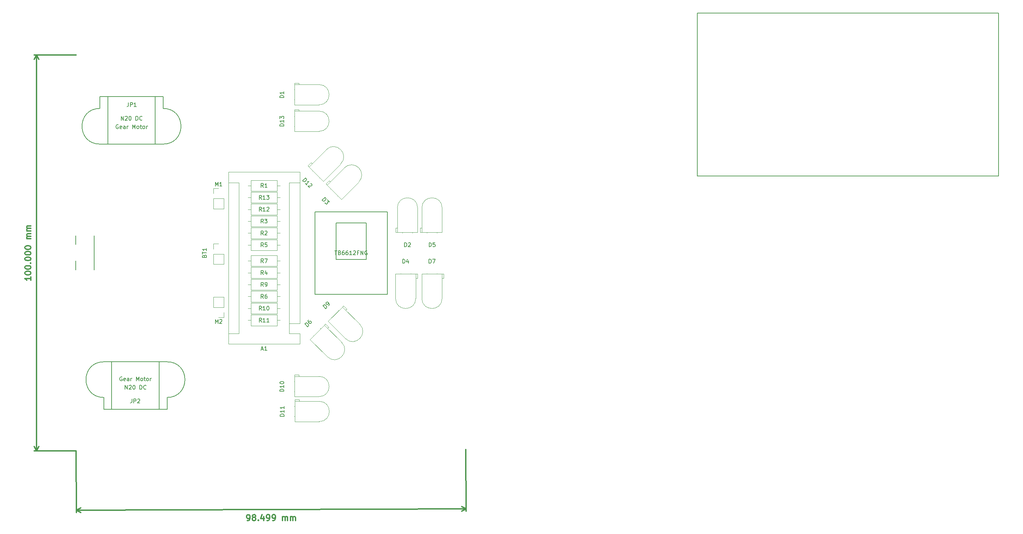
<source format=gbr>
G04 #@! TF.GenerationSoftware,KiCad,Pcbnew,(5.0.1)-3*
G04 #@! TF.CreationDate,2018-12-17T15:05:50+08:00*
G04 #@! TF.ProjectId,Micromouse_V01,4D6963726F6D6F7573655F5630312E6B,rev?*
G04 #@! TF.SameCoordinates,Original*
G04 #@! TF.FileFunction,Legend,Top*
G04 #@! TF.FilePolarity,Positive*
%FSLAX46Y46*%
G04 Gerber Fmt 4.6, Leading zero omitted, Abs format (unit mm)*
G04 Created by KiCad (PCBNEW (5.0.1)-3) date 12/17/2018 3:05:50 PM*
%MOMM*%
%LPD*%
G01*
G04 APERTURE LIST*
%ADD10C,0.300000*%
%ADD11C,0.120000*%
%ADD12C,0.150000*%
G04 APERTURE END LIST*
D10*
X18578571Y-96071428D02*
X18578571Y-96928571D01*
X18578571Y-96500000D02*
X17078571Y-96500000D01*
X17292857Y-96642857D01*
X17435714Y-96785714D01*
X17507142Y-96928571D01*
X17078571Y-95142857D02*
X17078571Y-95000000D01*
X17150000Y-94857142D01*
X17221428Y-94785714D01*
X17364285Y-94714285D01*
X17650000Y-94642857D01*
X18007142Y-94642857D01*
X18292857Y-94714285D01*
X18435714Y-94785714D01*
X18507142Y-94857142D01*
X18578571Y-95000000D01*
X18578571Y-95142857D01*
X18507142Y-95285714D01*
X18435714Y-95357142D01*
X18292857Y-95428571D01*
X18007142Y-95500000D01*
X17650000Y-95500000D01*
X17364285Y-95428571D01*
X17221428Y-95357142D01*
X17150000Y-95285714D01*
X17078571Y-95142857D01*
X17078571Y-93714285D02*
X17078571Y-93571428D01*
X17150000Y-93428571D01*
X17221428Y-93357142D01*
X17364285Y-93285714D01*
X17650000Y-93214285D01*
X18007142Y-93214285D01*
X18292857Y-93285714D01*
X18435714Y-93357142D01*
X18507142Y-93428571D01*
X18578571Y-93571428D01*
X18578571Y-93714285D01*
X18507142Y-93857142D01*
X18435714Y-93928571D01*
X18292857Y-94000000D01*
X18007142Y-94071428D01*
X17650000Y-94071428D01*
X17364285Y-94000000D01*
X17221428Y-93928571D01*
X17150000Y-93857142D01*
X17078571Y-93714285D01*
X18435714Y-92571428D02*
X18507142Y-92500000D01*
X18578571Y-92571428D01*
X18507142Y-92642857D01*
X18435714Y-92571428D01*
X18578571Y-92571428D01*
X17078571Y-91571428D02*
X17078571Y-91428571D01*
X17150000Y-91285714D01*
X17221428Y-91214285D01*
X17364285Y-91142857D01*
X17650000Y-91071428D01*
X18007142Y-91071428D01*
X18292857Y-91142857D01*
X18435714Y-91214285D01*
X18507142Y-91285714D01*
X18578571Y-91428571D01*
X18578571Y-91571428D01*
X18507142Y-91714285D01*
X18435714Y-91785714D01*
X18292857Y-91857142D01*
X18007142Y-91928571D01*
X17650000Y-91928571D01*
X17364285Y-91857142D01*
X17221428Y-91785714D01*
X17150000Y-91714285D01*
X17078571Y-91571428D01*
X17078571Y-90142857D02*
X17078571Y-90000000D01*
X17150000Y-89857142D01*
X17221428Y-89785714D01*
X17364285Y-89714285D01*
X17650000Y-89642857D01*
X18007142Y-89642857D01*
X18292857Y-89714285D01*
X18435714Y-89785714D01*
X18507142Y-89857142D01*
X18578571Y-90000000D01*
X18578571Y-90142857D01*
X18507142Y-90285714D01*
X18435714Y-90357142D01*
X18292857Y-90428571D01*
X18007142Y-90500000D01*
X17650000Y-90500000D01*
X17364285Y-90428571D01*
X17221428Y-90357142D01*
X17150000Y-90285714D01*
X17078571Y-90142857D01*
X17078571Y-88714285D02*
X17078571Y-88571428D01*
X17150000Y-88428571D01*
X17221428Y-88357142D01*
X17364285Y-88285714D01*
X17650000Y-88214285D01*
X18007142Y-88214285D01*
X18292857Y-88285714D01*
X18435714Y-88357142D01*
X18507142Y-88428571D01*
X18578571Y-88571428D01*
X18578571Y-88714285D01*
X18507142Y-88857142D01*
X18435714Y-88928571D01*
X18292857Y-89000000D01*
X18007142Y-89071428D01*
X17650000Y-89071428D01*
X17364285Y-89000000D01*
X17221428Y-88928571D01*
X17150000Y-88857142D01*
X17078571Y-88714285D01*
X18578571Y-86428571D02*
X17578571Y-86428571D01*
X17721428Y-86428571D02*
X17650000Y-86357142D01*
X17578571Y-86214285D01*
X17578571Y-86000000D01*
X17650000Y-85857142D01*
X17792857Y-85785714D01*
X18578571Y-85785714D01*
X17792857Y-85785714D02*
X17650000Y-85714285D01*
X17578571Y-85571428D01*
X17578571Y-85357142D01*
X17650000Y-85214285D01*
X17792857Y-85142857D01*
X18578571Y-85142857D01*
X18578571Y-84428571D02*
X17578571Y-84428571D01*
X17721428Y-84428571D02*
X17650000Y-84357142D01*
X17578571Y-84214285D01*
X17578571Y-84000000D01*
X17650000Y-83857142D01*
X17792857Y-83785714D01*
X18578571Y-83785714D01*
X17792857Y-83785714D02*
X17650000Y-83714285D01*
X17578571Y-83571428D01*
X17578571Y-83357142D01*
X17650000Y-83214285D01*
X17792857Y-83142857D01*
X18578571Y-83142857D01*
X20000000Y-140000000D02*
X20000000Y-40000000D01*
X30000000Y-140000000D02*
X19413579Y-140000000D01*
X30000000Y-40000000D02*
X19413579Y-40000000D01*
X20000000Y-40000000D02*
X20586421Y-41126504D01*
X20000000Y-40000000D02*
X19413579Y-41126504D01*
X20000000Y-140000000D02*
X20586421Y-138873496D01*
X20000000Y-140000000D02*
X19413579Y-138873496D01*
X73239974Y-157627012D02*
X73525687Y-157626010D01*
X73668293Y-157554080D01*
X73739470Y-157482402D01*
X73881575Y-157267616D01*
X73952001Y-156981653D01*
X73949997Y-156410228D01*
X73878067Y-156267622D01*
X73806389Y-156196445D01*
X73663282Y-156125518D01*
X73377569Y-156126520D01*
X73234964Y-156198449D01*
X73163786Y-156270128D01*
X73092859Y-156413235D01*
X73094112Y-156770375D01*
X73166041Y-156912981D01*
X73237720Y-156984159D01*
X73380826Y-157055086D01*
X73666539Y-157054083D01*
X73809145Y-156982154D01*
X73880322Y-156910476D01*
X73951249Y-156767369D01*
X74808387Y-156764362D02*
X74665280Y-156693435D01*
X74593601Y-156622258D01*
X74521672Y-156479652D01*
X74521422Y-156408224D01*
X74592349Y-156265117D01*
X74663526Y-156193438D01*
X74806132Y-156121509D01*
X75091844Y-156120507D01*
X75234951Y-156191434D01*
X75306630Y-156262612D01*
X75378559Y-156405217D01*
X75378810Y-156476645D01*
X75307883Y-156619752D01*
X75236705Y-156691431D01*
X75094099Y-156763360D01*
X74808387Y-156764362D01*
X74665781Y-156836291D01*
X74594604Y-156907970D01*
X74523676Y-157051077D01*
X74524679Y-157336789D01*
X74596608Y-157479395D01*
X74668287Y-157550573D01*
X74811393Y-157621500D01*
X75097106Y-157620498D01*
X75239712Y-157548568D01*
X75310889Y-157476890D01*
X75381816Y-157333783D01*
X75380814Y-157048070D01*
X75308885Y-156905465D01*
X75237206Y-156834287D01*
X75094099Y-156763360D01*
X76025170Y-157474384D02*
X76096849Y-157545562D01*
X76025672Y-157617241D01*
X75953993Y-157546063D01*
X76025170Y-157474384D01*
X76025672Y-157617241D01*
X77379299Y-156612487D02*
X77382806Y-157612480D01*
X77020154Y-156042314D02*
X76666771Y-157114989D01*
X77595337Y-157111732D01*
X78239944Y-157609474D02*
X78525656Y-157608472D01*
X78668262Y-157536542D01*
X78739440Y-157464864D01*
X78881544Y-157250078D01*
X78951970Y-156964115D01*
X78949966Y-156392690D01*
X78878037Y-156250084D01*
X78806358Y-156178907D01*
X78663251Y-156107980D01*
X78377539Y-156108982D01*
X78234933Y-156180911D01*
X78163755Y-156252590D01*
X78092828Y-156395697D01*
X78094081Y-156752837D01*
X78166010Y-156895443D01*
X78237689Y-156966621D01*
X78380796Y-157037548D01*
X78666508Y-157036546D01*
X78809114Y-156964616D01*
X78880291Y-156892938D01*
X78951218Y-156749831D01*
X79668506Y-157604463D02*
X79954219Y-157603461D01*
X80096825Y-157531532D01*
X80168002Y-157459853D01*
X80310107Y-157245068D01*
X80380533Y-156959104D01*
X80378528Y-156387679D01*
X80306599Y-156245074D01*
X80234921Y-156173896D01*
X80091814Y-156102969D01*
X79806101Y-156103971D01*
X79663495Y-156175900D01*
X79592318Y-156247579D01*
X79521391Y-156390686D01*
X79522644Y-156747827D01*
X79594573Y-156890432D01*
X79666251Y-156961610D01*
X79809358Y-157032537D01*
X80095071Y-157031535D01*
X80237676Y-156959606D01*
X80308854Y-156887927D01*
X80379781Y-156744820D01*
X82168491Y-157595694D02*
X82164983Y-156595700D01*
X82165484Y-156738557D02*
X82236662Y-156666878D01*
X82379268Y-156594949D01*
X82593552Y-156594197D01*
X82736659Y-156665124D01*
X82808588Y-156807730D01*
X82811344Y-157593439D01*
X82808588Y-156807730D02*
X82879515Y-156664623D01*
X83022121Y-156592694D01*
X83236405Y-156591942D01*
X83379512Y-156662869D01*
X83451441Y-156805475D01*
X83454197Y-157591184D01*
X84168479Y-157588679D02*
X84164971Y-156588685D01*
X84165472Y-156731541D02*
X84236650Y-156659863D01*
X84379255Y-156587934D01*
X84593540Y-156587182D01*
X84736647Y-156658109D01*
X84808576Y-156800715D01*
X84811332Y-157586424D01*
X84808576Y-156800715D02*
X84879503Y-156657608D01*
X85022109Y-156585679D01*
X85236393Y-156584927D01*
X85379500Y-156655854D01*
X85451429Y-156798460D01*
X85454185Y-157584169D01*
X30052614Y-154999908D02*
X128550626Y-154654417D01*
X30000000Y-140000000D02*
X30054670Y-155586325D01*
X128498012Y-139654509D02*
X128552682Y-155240834D01*
X128550626Y-154654417D02*
X127426186Y-155244785D01*
X128550626Y-154654417D02*
X127422072Y-154071951D01*
X30052614Y-154999908D02*
X31181168Y-155582374D01*
X30052614Y-154999908D02*
X31177054Y-154409540D01*
D11*
G04 #@! TO.C,D1*
X91370000Y-47470000D02*
G75*
G02X91370000Y-52590000I0J-2560000D01*
G01*
X85080000Y-48760000D02*
X85080000Y-48760000D01*
X85210000Y-48760000D02*
X85080000Y-48760000D01*
X85210000Y-48760000D02*
X85210000Y-48760000D01*
X85080000Y-48760000D02*
X85210000Y-48760000D01*
X85080000Y-51300000D02*
X85080000Y-51300000D01*
X85210000Y-51300000D02*
X85080000Y-51300000D01*
X85210000Y-51300000D02*
X85210000Y-51300000D01*
X85080000Y-51300000D02*
X85210000Y-51300000D01*
X85210000Y-47470000D02*
X85210000Y-47070000D01*
X86330000Y-47470000D02*
X85210000Y-47470000D01*
X86330000Y-47070000D02*
X86330000Y-47470000D01*
X85210000Y-47070000D02*
X86330000Y-47070000D01*
X85210000Y-52590000D02*
X85210000Y-47470000D01*
X85210000Y-47470000D02*
X91370000Y-47470000D01*
X85210000Y-52590000D02*
X91370000Y-52590000D01*
G04 #@! TO.C,D2*
X116290000Y-84790000D02*
X116290000Y-78630000D01*
X111170000Y-84790000D02*
X111170000Y-78630000D01*
X116290000Y-84790000D02*
X111170000Y-84790000D01*
X110770000Y-84790000D02*
X110770000Y-83670000D01*
X110770000Y-83670000D02*
X111170000Y-83670000D01*
X111170000Y-83670000D02*
X111170000Y-84790000D01*
X111170000Y-84790000D02*
X110770000Y-84790000D01*
X115000000Y-84920000D02*
X115000000Y-84790000D01*
X115000000Y-84790000D02*
X115000000Y-84790000D01*
X115000000Y-84790000D02*
X115000000Y-84920000D01*
X115000000Y-84920000D02*
X115000000Y-84920000D01*
X112460000Y-84920000D02*
X112460000Y-84790000D01*
X112460000Y-84790000D02*
X112460000Y-84790000D01*
X112460000Y-84790000D02*
X112460000Y-84920000D01*
X112460000Y-84920000D02*
X112460000Y-84920000D01*
X111170000Y-78630000D02*
G75*
G02X116290000Y-78630000I2560000J0D01*
G01*
G04 #@! TO.C,D3*
X97067767Y-76456569D02*
X101423545Y-72100791D01*
X93447380Y-72836182D02*
X97803158Y-68480404D01*
X97067767Y-76456569D02*
X93447380Y-72836182D01*
X93164538Y-72553339D02*
X93956497Y-71761380D01*
X93956497Y-71761380D02*
X94239340Y-72044222D01*
X94239340Y-72044222D02*
X93447380Y-72836182D01*
X93447380Y-72836182D02*
X93164538Y-72553339D01*
X96063675Y-75636325D02*
X96155599Y-75544401D01*
X96155599Y-75544401D02*
X96155599Y-75544401D01*
X96155599Y-75544401D02*
X96063675Y-75636325D01*
X96063675Y-75636325D02*
X96063675Y-75636325D01*
X94267624Y-73840273D02*
X94359548Y-73748350D01*
X94359548Y-73748350D02*
X94359548Y-73748350D01*
X94359548Y-73748350D02*
X94267624Y-73840273D01*
X94267624Y-73840273D02*
X94267624Y-73840273D01*
X97803157Y-68480403D02*
G75*
G02X101423545Y-72100791I1810194J-1810194D01*
G01*
G04 #@! TO.C,D4*
X115830000Y-101470000D02*
G75*
G02X110710000Y-101470000I-2560000J0D01*
G01*
X114540000Y-95180000D02*
X114540000Y-95180000D01*
X114540000Y-95310000D02*
X114540000Y-95180000D01*
X114540000Y-95310000D02*
X114540000Y-95310000D01*
X114540000Y-95180000D02*
X114540000Y-95310000D01*
X112000000Y-95180000D02*
X112000000Y-95180000D01*
X112000000Y-95310000D02*
X112000000Y-95180000D01*
X112000000Y-95310000D02*
X112000000Y-95310000D01*
X112000000Y-95180000D02*
X112000000Y-95310000D01*
X115830000Y-95310000D02*
X116230000Y-95310000D01*
X115830000Y-96430000D02*
X115830000Y-95310000D01*
X116230000Y-96430000D02*
X115830000Y-96430000D01*
X116230000Y-95310000D02*
X116230000Y-96430000D01*
X110710000Y-95310000D02*
X115830000Y-95310000D01*
X115830000Y-95310000D02*
X115830000Y-101470000D01*
X110710000Y-95310000D02*
X110710000Y-101470000D01*
G04 #@! TO.C,D5*
X117370000Y-78630000D02*
G75*
G02X122490000Y-78630000I2560000J0D01*
G01*
X118660000Y-84920000D02*
X118660000Y-84920000D01*
X118660000Y-84790000D02*
X118660000Y-84920000D01*
X118660000Y-84790000D02*
X118660000Y-84790000D01*
X118660000Y-84920000D02*
X118660000Y-84790000D01*
X121200000Y-84920000D02*
X121200000Y-84920000D01*
X121200000Y-84790000D02*
X121200000Y-84920000D01*
X121200000Y-84790000D02*
X121200000Y-84790000D01*
X121200000Y-84920000D02*
X121200000Y-84790000D01*
X117370000Y-84790000D02*
X116970000Y-84790000D01*
X117370000Y-83670000D02*
X117370000Y-84790000D01*
X116970000Y-83670000D02*
X117370000Y-83670000D01*
X116970000Y-84790000D02*
X116970000Y-83670000D01*
X122490000Y-84790000D02*
X117370000Y-84790000D01*
X117370000Y-84790000D02*
X117370000Y-78630000D01*
X122490000Y-84790000D02*
X122490000Y-78630000D01*
G04 #@! TO.C,D6*
X89118431Y-111842767D02*
X93474209Y-116198545D01*
X92738818Y-108222380D02*
X97094596Y-112578158D01*
X89118431Y-111842767D02*
X92738818Y-108222380D01*
X93021661Y-107939538D02*
X93813620Y-108731497D01*
X93813620Y-108731497D02*
X93530778Y-109014340D01*
X93530778Y-109014340D02*
X92738818Y-108222380D01*
X92738818Y-108222380D02*
X93021661Y-107939538D01*
X89938675Y-110838675D02*
X90030599Y-110930599D01*
X90030599Y-110930599D02*
X90030599Y-110930599D01*
X90030599Y-110930599D02*
X89938675Y-110838675D01*
X89938675Y-110838675D02*
X89938675Y-110838675D01*
X91734727Y-109042624D02*
X91826650Y-109134548D01*
X91826650Y-109134548D02*
X91826650Y-109134548D01*
X91826650Y-109134548D02*
X91734727Y-109042624D01*
X91734727Y-109042624D02*
X91734727Y-109042624D01*
X97094597Y-112578157D02*
G75*
G02X93474209Y-116198545I-1810194J-1810194D01*
G01*
G04 #@! TO.C,D7*
X117360000Y-95310000D02*
X117360000Y-101470000D01*
X122480000Y-95310000D02*
X122480000Y-101470000D01*
X117360000Y-95310000D02*
X122480000Y-95310000D01*
X122880000Y-95310000D02*
X122880000Y-96430000D01*
X122880000Y-96430000D02*
X122480000Y-96430000D01*
X122480000Y-96430000D02*
X122480000Y-95310000D01*
X122480000Y-95310000D02*
X122880000Y-95310000D01*
X118650000Y-95180000D02*
X118650000Y-95310000D01*
X118650000Y-95310000D02*
X118650000Y-95310000D01*
X118650000Y-95310000D02*
X118650000Y-95180000D01*
X118650000Y-95180000D02*
X118650000Y-95180000D01*
X121190000Y-95180000D02*
X121190000Y-95310000D01*
X121190000Y-95310000D02*
X121190000Y-95310000D01*
X121190000Y-95310000D02*
X121190000Y-95180000D01*
X121190000Y-95180000D02*
X121190000Y-95180000D01*
X122480000Y-101470000D02*
G75*
G02X117360000Y-101470000I-2560000J0D01*
G01*
G04 #@! TO.C,D9*
X101669597Y-108003157D02*
G75*
G02X98049209Y-111623545I-1810194J-1810194D01*
G01*
X96309727Y-104467624D02*
X96309727Y-104467624D01*
X96401650Y-104559548D02*
X96309727Y-104467624D01*
X96401650Y-104559548D02*
X96401650Y-104559548D01*
X96309727Y-104467624D02*
X96401650Y-104559548D01*
X94513675Y-106263675D02*
X94513675Y-106263675D01*
X94605599Y-106355599D02*
X94513675Y-106263675D01*
X94605599Y-106355599D02*
X94605599Y-106355599D01*
X94513675Y-106263675D02*
X94605599Y-106355599D01*
X97313818Y-103647380D02*
X97596661Y-103364538D01*
X98105778Y-104439340D02*
X97313818Y-103647380D01*
X98388620Y-104156497D02*
X98105778Y-104439340D01*
X97596661Y-103364538D02*
X98388620Y-104156497D01*
X93693431Y-107267767D02*
X97313818Y-103647380D01*
X97313818Y-103647380D02*
X101669596Y-108003158D01*
X93693431Y-107267767D02*
X98049209Y-111623545D01*
G04 #@! TO.C,D10*
X85210000Y-126290000D02*
X91370000Y-126290000D01*
X85210000Y-121170000D02*
X91370000Y-121170000D01*
X85210000Y-126290000D02*
X85210000Y-121170000D01*
X85210000Y-120770000D02*
X86330000Y-120770000D01*
X86330000Y-120770000D02*
X86330000Y-121170000D01*
X86330000Y-121170000D02*
X85210000Y-121170000D01*
X85210000Y-121170000D02*
X85210000Y-120770000D01*
X85080000Y-125000000D02*
X85210000Y-125000000D01*
X85210000Y-125000000D02*
X85210000Y-125000000D01*
X85210000Y-125000000D02*
X85080000Y-125000000D01*
X85080000Y-125000000D02*
X85080000Y-125000000D01*
X85080000Y-122460000D02*
X85210000Y-122460000D01*
X85210000Y-122460000D02*
X85210000Y-122460000D01*
X85210000Y-122460000D02*
X85080000Y-122460000D01*
X85080000Y-122460000D02*
X85080000Y-122460000D01*
X91370000Y-121170000D02*
G75*
G02X91370000Y-126290000I0J-2560000D01*
G01*
G04 #@! TO.C,D11*
X85260000Y-132590000D02*
X91420000Y-132590000D01*
X85260000Y-127470000D02*
X91420000Y-127470000D01*
X85260000Y-132590000D02*
X85260000Y-127470000D01*
X85260000Y-127070000D02*
X86380000Y-127070000D01*
X86380000Y-127070000D02*
X86380000Y-127470000D01*
X86380000Y-127470000D02*
X85260000Y-127470000D01*
X85260000Y-127470000D02*
X85260000Y-127070000D01*
X85130000Y-131300000D02*
X85260000Y-131300000D01*
X85260000Y-131300000D02*
X85260000Y-131300000D01*
X85260000Y-131300000D02*
X85130000Y-131300000D01*
X85130000Y-131300000D02*
X85130000Y-131300000D01*
X85130000Y-128760000D02*
X85260000Y-128760000D01*
X85260000Y-128760000D02*
X85260000Y-128760000D01*
X85260000Y-128760000D02*
X85130000Y-128760000D01*
X85130000Y-128760000D02*
X85130000Y-128760000D01*
X91420000Y-127470000D02*
G75*
G02X91420000Y-132590000I0J-2560000D01*
G01*
G04 #@! TO.C,D12*
X92492767Y-71881569D02*
X96848545Y-67525791D01*
X88872380Y-68261182D02*
X93228158Y-63905404D01*
X92492767Y-71881569D02*
X88872380Y-68261182D01*
X88589538Y-67978339D02*
X89381497Y-67186380D01*
X89381497Y-67186380D02*
X89664340Y-67469222D01*
X89664340Y-67469222D02*
X88872380Y-68261182D01*
X88872380Y-68261182D02*
X88589538Y-67978339D01*
X91488675Y-71061325D02*
X91580599Y-70969401D01*
X91580599Y-70969401D02*
X91580599Y-70969401D01*
X91580599Y-70969401D02*
X91488675Y-71061325D01*
X91488675Y-71061325D02*
X91488675Y-71061325D01*
X89692624Y-69265273D02*
X89784548Y-69173350D01*
X89784548Y-69173350D02*
X89784548Y-69173350D01*
X89784548Y-69173350D02*
X89692624Y-69265273D01*
X89692624Y-69265273D02*
X89692624Y-69265273D01*
X93228157Y-63905403D02*
G75*
G02X96848545Y-67525791I1810194J-1810194D01*
G01*
G04 #@! TO.C,D13*
X91370000Y-54170000D02*
G75*
G02X91370000Y-59290000I0J-2560000D01*
G01*
X85080000Y-55460000D02*
X85080000Y-55460000D01*
X85210000Y-55460000D02*
X85080000Y-55460000D01*
X85210000Y-55460000D02*
X85210000Y-55460000D01*
X85080000Y-55460000D02*
X85210000Y-55460000D01*
X85080000Y-58000000D02*
X85080000Y-58000000D01*
X85210000Y-58000000D02*
X85080000Y-58000000D01*
X85210000Y-58000000D02*
X85210000Y-58000000D01*
X85080000Y-58000000D02*
X85210000Y-58000000D01*
X85210000Y-54170000D02*
X85210000Y-53770000D01*
X86330000Y-54170000D02*
X85210000Y-54170000D01*
X86330000Y-53770000D02*
X86330000Y-54170000D01*
X85210000Y-53770000D02*
X86330000Y-53770000D01*
X85210000Y-59290000D02*
X85210000Y-54170000D01*
X85210000Y-54170000D02*
X91370000Y-54170000D01*
X85210000Y-59290000D02*
X91370000Y-59290000D01*
G04 #@! TO.C,R1*
X81540000Y-73000000D02*
X80770000Y-73000000D01*
X73460000Y-73000000D02*
X74230000Y-73000000D01*
X80770000Y-71630000D02*
X74230000Y-71630000D01*
X80770000Y-74370000D02*
X80770000Y-71630000D01*
X74230000Y-74370000D02*
X80770000Y-74370000D01*
X74230000Y-71630000D02*
X74230000Y-74370000D01*
G04 #@! TO.C,R2*
X73460000Y-85000000D02*
X74230000Y-85000000D01*
X81540000Y-85000000D02*
X80770000Y-85000000D01*
X74230000Y-86370000D02*
X80770000Y-86370000D01*
X74230000Y-83630000D02*
X74230000Y-86370000D01*
X80770000Y-83630000D02*
X74230000Y-83630000D01*
X80770000Y-86370000D02*
X80770000Y-83630000D01*
G04 #@! TO.C,R3*
X74230000Y-80630000D02*
X74230000Y-83370000D01*
X74230000Y-83370000D02*
X80770000Y-83370000D01*
X80770000Y-83370000D02*
X80770000Y-80630000D01*
X80770000Y-80630000D02*
X74230000Y-80630000D01*
X73460000Y-82000000D02*
X74230000Y-82000000D01*
X81540000Y-82000000D02*
X80770000Y-82000000D01*
G04 #@! TO.C,R4*
X80770000Y-96370000D02*
X80770000Y-93630000D01*
X80770000Y-93630000D02*
X74230000Y-93630000D01*
X74230000Y-93630000D02*
X74230000Y-96370000D01*
X74230000Y-96370000D02*
X80770000Y-96370000D01*
X81540000Y-95000000D02*
X80770000Y-95000000D01*
X73460000Y-95000000D02*
X74230000Y-95000000D01*
G04 #@! TO.C,R5*
X74230000Y-86630000D02*
X74230000Y-89370000D01*
X74230000Y-89370000D02*
X80770000Y-89370000D01*
X80770000Y-89370000D02*
X80770000Y-86630000D01*
X80770000Y-86630000D02*
X74230000Y-86630000D01*
X73460000Y-88000000D02*
X74230000Y-88000000D01*
X81540000Y-88000000D02*
X80770000Y-88000000D01*
G04 #@! TO.C,R6*
X73460000Y-101000000D02*
X74230000Y-101000000D01*
X81540000Y-101000000D02*
X80770000Y-101000000D01*
X74230000Y-102370000D02*
X80770000Y-102370000D01*
X74230000Y-99630000D02*
X74230000Y-102370000D01*
X80770000Y-99630000D02*
X74230000Y-99630000D01*
X80770000Y-102370000D02*
X80770000Y-99630000D01*
G04 #@! TO.C,R7*
X81540000Y-92000000D02*
X80770000Y-92000000D01*
X73460000Y-92000000D02*
X74230000Y-92000000D01*
X80770000Y-90630000D02*
X74230000Y-90630000D01*
X80770000Y-93370000D02*
X80770000Y-90630000D01*
X74230000Y-93370000D02*
X80770000Y-93370000D01*
X74230000Y-90630000D02*
X74230000Y-93370000D01*
G04 #@! TO.C,R9*
X74230000Y-96630000D02*
X74230000Y-99370000D01*
X74230000Y-99370000D02*
X80770000Y-99370000D01*
X80770000Y-99370000D02*
X80770000Y-96630000D01*
X80770000Y-96630000D02*
X74230000Y-96630000D01*
X73460000Y-98000000D02*
X74230000Y-98000000D01*
X81540000Y-98000000D02*
X80770000Y-98000000D01*
G04 #@! TO.C,R10*
X73460000Y-104000000D02*
X74230000Y-104000000D01*
X81540000Y-104000000D02*
X80770000Y-104000000D01*
X74230000Y-105370000D02*
X80770000Y-105370000D01*
X74230000Y-102630000D02*
X74230000Y-105370000D01*
X80770000Y-102630000D02*
X74230000Y-102630000D01*
X80770000Y-105370000D02*
X80770000Y-102630000D01*
G04 #@! TO.C,R11*
X81540000Y-107000000D02*
X80770000Y-107000000D01*
X73460000Y-107000000D02*
X74230000Y-107000000D01*
X80770000Y-105630000D02*
X74230000Y-105630000D01*
X80770000Y-108370000D02*
X80770000Y-105630000D01*
X74230000Y-108370000D02*
X80770000Y-108370000D01*
X74230000Y-105630000D02*
X74230000Y-108370000D01*
G04 #@! TO.C,R12*
X80770000Y-80370000D02*
X80770000Y-77630000D01*
X80770000Y-77630000D02*
X74230000Y-77630000D01*
X74230000Y-77630000D02*
X74230000Y-80370000D01*
X74230000Y-80370000D02*
X80770000Y-80370000D01*
X81540000Y-79000000D02*
X80770000Y-79000000D01*
X73460000Y-79000000D02*
X74230000Y-79000000D01*
G04 #@! TO.C,R13*
X80770000Y-77370000D02*
X80770000Y-74630000D01*
X80770000Y-74630000D02*
X74230000Y-74630000D01*
X74230000Y-74630000D02*
X74230000Y-77370000D01*
X74230000Y-77370000D02*
X80770000Y-77370000D01*
X81540000Y-76000000D02*
X80770000Y-76000000D01*
X73460000Y-76000000D02*
X74230000Y-76000000D01*
G04 #@! TO.C,BT1*
X64670000Y-92870000D02*
X67330000Y-92870000D01*
X64670000Y-90270000D02*
X64670000Y-92870000D01*
X67330000Y-90270000D02*
X67330000Y-92870000D01*
X64670000Y-90270000D02*
X67330000Y-90270000D01*
X64670000Y-89000000D02*
X64670000Y-87670000D01*
X64670000Y-87670000D02*
X66000000Y-87670000D01*
D12*
G04 #@! TO.C,JP1*
X38000000Y-50500000D02*
X50000000Y-50500000D01*
X50000000Y-50500000D02*
X50000000Y-62500000D01*
X38000000Y-62500000D02*
X50000000Y-62500000D01*
X38000000Y-50500000D02*
X38000000Y-62500000D01*
X52000000Y-53500000D02*
G75*
G02X52000000Y-62500000I0J-4500000D01*
G01*
X36000000Y-62500000D02*
G75*
G02X36000000Y-53500000I0J4500000D01*
G01*
X52001000Y-50505600D02*
X35999000Y-50505600D01*
X52001000Y-62494400D02*
X35999000Y-62494400D01*
X52000000Y-50500000D02*
X52000000Y-53500000D01*
X36000000Y-53500000D02*
X36000000Y-50500000D01*
G04 #@! TO.C,JP2*
X53000000Y-126500000D02*
X53000000Y-129500000D01*
X37000000Y-129500000D02*
X37000000Y-126500000D01*
X36999000Y-117505600D02*
X53001000Y-117505600D01*
X36999000Y-129494400D02*
X53001000Y-129494400D01*
X53000000Y-117500000D02*
G75*
G02X53000000Y-126500000I0J-4500000D01*
G01*
X37000000Y-126500000D02*
G75*
G02X37000000Y-117500000I0J4500000D01*
G01*
X51000000Y-129500000D02*
X51000000Y-117500000D01*
X51000000Y-117500000D02*
X39000000Y-117500000D01*
X39000000Y-129500000D02*
X39000000Y-117500000D01*
X51000000Y-129500000D02*
X39000000Y-129500000D01*
G04 #@! TO.C,JP3*
X186925400Y-70574000D02*
X263074600Y-70574000D01*
X186925400Y-29400600D02*
X186925400Y-70574000D01*
X263074600Y-29426000D02*
X186925400Y-29400600D01*
X263074600Y-70574000D02*
X263074600Y-29426000D01*
D11*
G04 #@! TO.C,M1*
X64670000Y-78870000D02*
X67330000Y-78870000D01*
X64670000Y-76270000D02*
X64670000Y-78870000D01*
X67330000Y-76270000D02*
X67330000Y-78870000D01*
X64670000Y-76270000D02*
X67330000Y-76270000D01*
X64670000Y-75000000D02*
X64670000Y-73670000D01*
X64670000Y-73670000D02*
X66000000Y-73670000D01*
G04 #@! TO.C,M2*
X67330000Y-106330000D02*
X66000000Y-106330000D01*
X67330000Y-105000000D02*
X67330000Y-106330000D01*
X67330000Y-103730000D02*
X64670000Y-103730000D01*
X64670000Y-103730000D02*
X64670000Y-101130000D01*
X67330000Y-103730000D02*
X67330000Y-101130000D01*
X67330000Y-101130000D02*
X64670000Y-101130000D01*
D12*
G04 #@! TO.C,U1*
X103310000Y-91651000D02*
X103310000Y-82380000D01*
X95690000Y-91651000D02*
X103310000Y-91651000D01*
X95690000Y-82380000D02*
X95690000Y-91651000D01*
X103310000Y-82380000D02*
X95690000Y-82380000D01*
X90356000Y-100414000D02*
X108644000Y-100414000D01*
X108644000Y-100414000D02*
X108644000Y-79586000D01*
X108644000Y-79586000D02*
X90356000Y-79586000D01*
X90356000Y-79586000D02*
X90356000Y-100414000D01*
D11*
G04 #@! TO.C,A1*
X68480000Y-112990000D02*
X86520000Y-112990000D01*
X68480000Y-69550000D02*
X68480000Y-112990000D01*
X86520000Y-69550000D02*
X68480000Y-69550000D01*
X83850000Y-72220000D02*
X86520000Y-72220000D01*
X83850000Y-107780000D02*
X83850000Y-72220000D01*
X83850000Y-107780000D02*
X86520000Y-107780000D01*
X71150000Y-72220000D02*
X68480000Y-72220000D01*
X71150000Y-110320000D02*
X71150000Y-72220000D01*
X71150000Y-110320000D02*
X68480000Y-110320000D01*
X86520000Y-112990000D02*
X86520000Y-110320000D01*
X86520000Y-107780000D02*
X86520000Y-69550000D01*
X83850000Y-110320000D02*
X86520000Y-110320000D01*
X83850000Y-107780000D02*
X83850000Y-110320000D01*
D12*
G04 #@! TO.C,J1*
X29922500Y-91968000D02*
X29922500Y-94268000D01*
X29922500Y-85668000D02*
X29922500Y-87868000D01*
X34522500Y-85668000D02*
X34522500Y-94268000D01*
G04 #@! TO.C,D1*
X82492380Y-50768095D02*
X81492380Y-50768095D01*
X81492380Y-50530000D01*
X81540000Y-50387142D01*
X81635238Y-50291904D01*
X81730476Y-50244285D01*
X81920952Y-50196666D01*
X82063809Y-50196666D01*
X82254285Y-50244285D01*
X82349523Y-50291904D01*
X82444761Y-50387142D01*
X82492380Y-50530000D01*
X82492380Y-50768095D01*
X82492380Y-49244285D02*
X82492380Y-49815714D01*
X82492380Y-49530000D02*
X81492380Y-49530000D01*
X81635238Y-49625238D01*
X81730476Y-49720476D01*
X81778095Y-49815714D01*
G04 #@! TO.C,D2*
X112991904Y-88412380D02*
X112991904Y-87412380D01*
X113230000Y-87412380D01*
X113372857Y-87460000D01*
X113468095Y-87555238D01*
X113515714Y-87650476D01*
X113563333Y-87840952D01*
X113563333Y-87983809D01*
X113515714Y-88174285D01*
X113468095Y-88269523D01*
X113372857Y-88364761D01*
X113230000Y-88412380D01*
X112991904Y-88412380D01*
X113944285Y-87507619D02*
X113991904Y-87460000D01*
X114087142Y-87412380D01*
X114325238Y-87412380D01*
X114420476Y-87460000D01*
X114468095Y-87507619D01*
X114515714Y-87602857D01*
X114515714Y-87698095D01*
X114468095Y-87840952D01*
X113896666Y-88412380D01*
X114515714Y-88412380D01*
G04 #@! TO.C,D3*
X92174251Y-76685873D02*
X92881357Y-75978766D01*
X93049716Y-76147125D01*
X93117060Y-76281812D01*
X93117060Y-76416499D01*
X93083388Y-76517514D01*
X92982373Y-76685873D01*
X92881357Y-76786888D01*
X92712999Y-76887904D01*
X92611983Y-76921575D01*
X92477296Y-76921575D01*
X92342609Y-76854232D01*
X92174251Y-76685873D01*
X93521121Y-76618529D02*
X93958854Y-77056262D01*
X93453777Y-77089934D01*
X93554793Y-77190949D01*
X93588464Y-77291965D01*
X93588464Y-77359308D01*
X93554793Y-77460323D01*
X93386434Y-77628682D01*
X93285419Y-77662354D01*
X93218075Y-77662354D01*
X93117060Y-77628682D01*
X92915029Y-77426652D01*
X92881357Y-77325636D01*
X92881357Y-77258293D01*
G04 #@! TO.C,D4*
X112531904Y-92592380D02*
X112531904Y-91592380D01*
X112770000Y-91592380D01*
X112912857Y-91640000D01*
X113008095Y-91735238D01*
X113055714Y-91830476D01*
X113103333Y-92020952D01*
X113103333Y-92163809D01*
X113055714Y-92354285D01*
X113008095Y-92449523D01*
X112912857Y-92544761D01*
X112770000Y-92592380D01*
X112531904Y-92592380D01*
X113960476Y-91925714D02*
X113960476Y-92592380D01*
X113722380Y-91544761D02*
X113484285Y-92259047D01*
X114103333Y-92259047D01*
G04 #@! TO.C,D5*
X119191904Y-88412380D02*
X119191904Y-87412380D01*
X119430000Y-87412380D01*
X119572857Y-87460000D01*
X119668095Y-87555238D01*
X119715714Y-87650476D01*
X119763333Y-87840952D01*
X119763333Y-87983809D01*
X119715714Y-88174285D01*
X119668095Y-88269523D01*
X119572857Y-88364761D01*
X119430000Y-88412380D01*
X119191904Y-88412380D01*
X120668095Y-87412380D02*
X120191904Y-87412380D01*
X120144285Y-87888571D01*
X120191904Y-87840952D01*
X120287142Y-87793333D01*
X120525238Y-87793333D01*
X120620476Y-87840952D01*
X120668095Y-87888571D01*
X120715714Y-87983809D01*
X120715714Y-88221904D01*
X120668095Y-88317142D01*
X120620476Y-88364761D01*
X120525238Y-88412380D01*
X120287142Y-88412380D01*
X120191904Y-88364761D01*
X120144285Y-88317142D01*
G04 #@! TO.C,D6*
X88485065Y-108632838D02*
X87777958Y-107925732D01*
X87946317Y-107757373D01*
X88081004Y-107690029D01*
X88215691Y-107690029D01*
X88316706Y-107723701D01*
X88485065Y-107824716D01*
X88586080Y-107925732D01*
X88687096Y-108094090D01*
X88720767Y-108195106D01*
X88720767Y-108329793D01*
X88653424Y-108464480D01*
X88485065Y-108632838D01*
X88788111Y-106915579D02*
X88653424Y-107050266D01*
X88619752Y-107151281D01*
X88619752Y-107218625D01*
X88653424Y-107386983D01*
X88754439Y-107555342D01*
X89023813Y-107824716D01*
X89124828Y-107858388D01*
X89192172Y-107858388D01*
X89293187Y-107824716D01*
X89427874Y-107690029D01*
X89461546Y-107589014D01*
X89461546Y-107521670D01*
X89427874Y-107420655D01*
X89259515Y-107252296D01*
X89158500Y-107218625D01*
X89091157Y-107218625D01*
X88990141Y-107252296D01*
X88855454Y-107386983D01*
X88821783Y-107487999D01*
X88821783Y-107555342D01*
X88855454Y-107656357D01*
G04 #@! TO.C,D7*
X119181904Y-92592380D02*
X119181904Y-91592380D01*
X119420000Y-91592380D01*
X119562857Y-91640000D01*
X119658095Y-91735238D01*
X119705714Y-91830476D01*
X119753333Y-92020952D01*
X119753333Y-92163809D01*
X119705714Y-92354285D01*
X119658095Y-92449523D01*
X119562857Y-92544761D01*
X119420000Y-92592380D01*
X119181904Y-92592380D01*
X120086666Y-91592380D02*
X120753333Y-91592380D01*
X120324761Y-92592380D01*
G04 #@! TO.C,D9*
X93060065Y-104057838D02*
X92352958Y-103350732D01*
X92521317Y-103182373D01*
X92656004Y-103115029D01*
X92790691Y-103115029D01*
X92891706Y-103148701D01*
X93060065Y-103249716D01*
X93161080Y-103350732D01*
X93262096Y-103519090D01*
X93295767Y-103620106D01*
X93295767Y-103754793D01*
X93228424Y-103889480D01*
X93060065Y-104057838D01*
X93800844Y-103317060D02*
X93935531Y-103182373D01*
X93969202Y-103081357D01*
X93969202Y-103014014D01*
X93935531Y-102845655D01*
X93834515Y-102677296D01*
X93565141Y-102407922D01*
X93464126Y-102374251D01*
X93396783Y-102374251D01*
X93295767Y-102407922D01*
X93161080Y-102542609D01*
X93127408Y-102643625D01*
X93127408Y-102710968D01*
X93161080Y-102811983D01*
X93329439Y-102980342D01*
X93430454Y-103014014D01*
X93497798Y-103014014D01*
X93598813Y-102980342D01*
X93733500Y-102845655D01*
X93767172Y-102744640D01*
X93767172Y-102677296D01*
X93733500Y-102576281D01*
G04 #@! TO.C,D10*
X82492380Y-124944285D02*
X81492380Y-124944285D01*
X81492380Y-124706190D01*
X81540000Y-124563333D01*
X81635238Y-124468095D01*
X81730476Y-124420476D01*
X81920952Y-124372857D01*
X82063809Y-124372857D01*
X82254285Y-124420476D01*
X82349523Y-124468095D01*
X82444761Y-124563333D01*
X82492380Y-124706190D01*
X82492380Y-124944285D01*
X82492380Y-123420476D02*
X82492380Y-123991904D01*
X82492380Y-123706190D02*
X81492380Y-123706190D01*
X81635238Y-123801428D01*
X81730476Y-123896666D01*
X81778095Y-123991904D01*
X81492380Y-122801428D02*
X81492380Y-122706190D01*
X81540000Y-122610952D01*
X81587619Y-122563333D01*
X81682857Y-122515714D01*
X81873333Y-122468095D01*
X82111428Y-122468095D01*
X82301904Y-122515714D01*
X82397142Y-122563333D01*
X82444761Y-122610952D01*
X82492380Y-122706190D01*
X82492380Y-122801428D01*
X82444761Y-122896666D01*
X82397142Y-122944285D01*
X82301904Y-122991904D01*
X82111428Y-123039523D01*
X81873333Y-123039523D01*
X81682857Y-122991904D01*
X81587619Y-122944285D01*
X81540000Y-122896666D01*
X81492380Y-122801428D01*
G04 #@! TO.C,D11*
X82542380Y-131244285D02*
X81542380Y-131244285D01*
X81542380Y-131006190D01*
X81590000Y-130863333D01*
X81685238Y-130768095D01*
X81780476Y-130720476D01*
X81970952Y-130672857D01*
X82113809Y-130672857D01*
X82304285Y-130720476D01*
X82399523Y-130768095D01*
X82494761Y-130863333D01*
X82542380Y-131006190D01*
X82542380Y-131244285D01*
X82542380Y-129720476D02*
X82542380Y-130291904D01*
X82542380Y-130006190D02*
X81542380Y-130006190D01*
X81685238Y-130101428D01*
X81780476Y-130196666D01*
X81828095Y-130291904D01*
X82542380Y-128768095D02*
X82542380Y-129339523D01*
X82542380Y-129053809D02*
X81542380Y-129053809D01*
X81685238Y-129149047D01*
X81780476Y-129244285D01*
X81828095Y-129339523D01*
G04 #@! TO.C,D12*
X87262533Y-71774155D02*
X87969640Y-71067049D01*
X88137999Y-71235407D01*
X88205342Y-71370094D01*
X88205342Y-71504781D01*
X88171670Y-71605797D01*
X88070655Y-71774155D01*
X87969640Y-71875171D01*
X87801281Y-71976186D01*
X87700266Y-72009858D01*
X87565579Y-72009858D01*
X87430892Y-71942514D01*
X87262533Y-71774155D01*
X88340029Y-72851652D02*
X87935968Y-72447591D01*
X88137999Y-72649621D02*
X88845106Y-71942514D01*
X88676747Y-71976186D01*
X88542060Y-71976186D01*
X88441045Y-71942514D01*
X89249167Y-72481262D02*
X89316510Y-72481262D01*
X89417525Y-72514934D01*
X89585884Y-72683293D01*
X89619556Y-72784308D01*
X89619556Y-72851652D01*
X89585884Y-72952667D01*
X89518541Y-73020010D01*
X89383854Y-73087354D01*
X88575732Y-73087354D01*
X89013464Y-73525087D01*
G04 #@! TO.C,D13*
X82492380Y-57944285D02*
X81492380Y-57944285D01*
X81492380Y-57706190D01*
X81540000Y-57563333D01*
X81635238Y-57468095D01*
X81730476Y-57420476D01*
X81920952Y-57372857D01*
X82063809Y-57372857D01*
X82254285Y-57420476D01*
X82349523Y-57468095D01*
X82444761Y-57563333D01*
X82492380Y-57706190D01*
X82492380Y-57944285D01*
X82492380Y-56420476D02*
X82492380Y-56991904D01*
X82492380Y-56706190D02*
X81492380Y-56706190D01*
X81635238Y-56801428D01*
X81730476Y-56896666D01*
X81778095Y-56991904D01*
X81492380Y-56087142D02*
X81492380Y-55468095D01*
X81873333Y-55801428D01*
X81873333Y-55658571D01*
X81920952Y-55563333D01*
X81968571Y-55515714D01*
X82063809Y-55468095D01*
X82301904Y-55468095D01*
X82397142Y-55515714D01*
X82444761Y-55563333D01*
X82492380Y-55658571D01*
X82492380Y-55944285D01*
X82444761Y-56039523D01*
X82397142Y-56087142D01*
G04 #@! TO.C,R1*
X77333333Y-73452380D02*
X77000000Y-72976190D01*
X76761904Y-73452380D02*
X76761904Y-72452380D01*
X77142857Y-72452380D01*
X77238095Y-72500000D01*
X77285714Y-72547619D01*
X77333333Y-72642857D01*
X77333333Y-72785714D01*
X77285714Y-72880952D01*
X77238095Y-72928571D01*
X77142857Y-72976190D01*
X76761904Y-72976190D01*
X78285714Y-73452380D02*
X77714285Y-73452380D01*
X78000000Y-73452380D02*
X78000000Y-72452380D01*
X77904761Y-72595238D01*
X77809523Y-72690476D01*
X77714285Y-72738095D01*
G04 #@! TO.C,R2*
X77333333Y-85452380D02*
X77000000Y-84976190D01*
X76761904Y-85452380D02*
X76761904Y-84452380D01*
X77142857Y-84452380D01*
X77238095Y-84500000D01*
X77285714Y-84547619D01*
X77333333Y-84642857D01*
X77333333Y-84785714D01*
X77285714Y-84880952D01*
X77238095Y-84928571D01*
X77142857Y-84976190D01*
X76761904Y-84976190D01*
X77714285Y-84547619D02*
X77761904Y-84500000D01*
X77857142Y-84452380D01*
X78095238Y-84452380D01*
X78190476Y-84500000D01*
X78238095Y-84547619D01*
X78285714Y-84642857D01*
X78285714Y-84738095D01*
X78238095Y-84880952D01*
X77666666Y-85452380D01*
X78285714Y-85452380D01*
G04 #@! TO.C,R3*
X77333333Y-82452380D02*
X77000000Y-81976190D01*
X76761904Y-82452380D02*
X76761904Y-81452380D01*
X77142857Y-81452380D01*
X77238095Y-81500000D01*
X77285714Y-81547619D01*
X77333333Y-81642857D01*
X77333333Y-81785714D01*
X77285714Y-81880952D01*
X77238095Y-81928571D01*
X77142857Y-81976190D01*
X76761904Y-81976190D01*
X77666666Y-81452380D02*
X78285714Y-81452380D01*
X77952380Y-81833333D01*
X78095238Y-81833333D01*
X78190476Y-81880952D01*
X78238095Y-81928571D01*
X78285714Y-82023809D01*
X78285714Y-82261904D01*
X78238095Y-82357142D01*
X78190476Y-82404761D01*
X78095238Y-82452380D01*
X77809523Y-82452380D01*
X77714285Y-82404761D01*
X77666666Y-82357142D01*
G04 #@! TO.C,R4*
X77333333Y-95452380D02*
X77000000Y-94976190D01*
X76761904Y-95452380D02*
X76761904Y-94452380D01*
X77142857Y-94452380D01*
X77238095Y-94500000D01*
X77285714Y-94547619D01*
X77333333Y-94642857D01*
X77333333Y-94785714D01*
X77285714Y-94880952D01*
X77238095Y-94928571D01*
X77142857Y-94976190D01*
X76761904Y-94976190D01*
X78190476Y-94785714D02*
X78190476Y-95452380D01*
X77952380Y-94404761D02*
X77714285Y-95119047D01*
X78333333Y-95119047D01*
G04 #@! TO.C,R5*
X77333333Y-88452380D02*
X77000000Y-87976190D01*
X76761904Y-88452380D02*
X76761904Y-87452380D01*
X77142857Y-87452380D01*
X77238095Y-87500000D01*
X77285714Y-87547619D01*
X77333333Y-87642857D01*
X77333333Y-87785714D01*
X77285714Y-87880952D01*
X77238095Y-87928571D01*
X77142857Y-87976190D01*
X76761904Y-87976190D01*
X78238095Y-87452380D02*
X77761904Y-87452380D01*
X77714285Y-87928571D01*
X77761904Y-87880952D01*
X77857142Y-87833333D01*
X78095238Y-87833333D01*
X78190476Y-87880952D01*
X78238095Y-87928571D01*
X78285714Y-88023809D01*
X78285714Y-88261904D01*
X78238095Y-88357142D01*
X78190476Y-88404761D01*
X78095238Y-88452380D01*
X77857142Y-88452380D01*
X77761904Y-88404761D01*
X77714285Y-88357142D01*
G04 #@! TO.C,R6*
X77333333Y-101452380D02*
X77000000Y-100976190D01*
X76761904Y-101452380D02*
X76761904Y-100452380D01*
X77142857Y-100452380D01*
X77238095Y-100500000D01*
X77285714Y-100547619D01*
X77333333Y-100642857D01*
X77333333Y-100785714D01*
X77285714Y-100880952D01*
X77238095Y-100928571D01*
X77142857Y-100976190D01*
X76761904Y-100976190D01*
X78190476Y-100452380D02*
X78000000Y-100452380D01*
X77904761Y-100500000D01*
X77857142Y-100547619D01*
X77761904Y-100690476D01*
X77714285Y-100880952D01*
X77714285Y-101261904D01*
X77761904Y-101357142D01*
X77809523Y-101404761D01*
X77904761Y-101452380D01*
X78095238Y-101452380D01*
X78190476Y-101404761D01*
X78238095Y-101357142D01*
X78285714Y-101261904D01*
X78285714Y-101023809D01*
X78238095Y-100928571D01*
X78190476Y-100880952D01*
X78095238Y-100833333D01*
X77904761Y-100833333D01*
X77809523Y-100880952D01*
X77761904Y-100928571D01*
X77714285Y-101023809D01*
G04 #@! TO.C,R7*
X77333333Y-92452380D02*
X77000000Y-91976190D01*
X76761904Y-92452380D02*
X76761904Y-91452380D01*
X77142857Y-91452380D01*
X77238095Y-91500000D01*
X77285714Y-91547619D01*
X77333333Y-91642857D01*
X77333333Y-91785714D01*
X77285714Y-91880952D01*
X77238095Y-91928571D01*
X77142857Y-91976190D01*
X76761904Y-91976190D01*
X77666666Y-91452380D02*
X78333333Y-91452380D01*
X77904761Y-92452380D01*
G04 #@! TO.C,R9*
X77333333Y-98452380D02*
X77000000Y-97976190D01*
X76761904Y-98452380D02*
X76761904Y-97452380D01*
X77142857Y-97452380D01*
X77238095Y-97500000D01*
X77285714Y-97547619D01*
X77333333Y-97642857D01*
X77333333Y-97785714D01*
X77285714Y-97880952D01*
X77238095Y-97928571D01*
X77142857Y-97976190D01*
X76761904Y-97976190D01*
X77809523Y-98452380D02*
X78000000Y-98452380D01*
X78095238Y-98404761D01*
X78142857Y-98357142D01*
X78238095Y-98214285D01*
X78285714Y-98023809D01*
X78285714Y-97642857D01*
X78238095Y-97547619D01*
X78190476Y-97500000D01*
X78095238Y-97452380D01*
X77904761Y-97452380D01*
X77809523Y-97500000D01*
X77761904Y-97547619D01*
X77714285Y-97642857D01*
X77714285Y-97880952D01*
X77761904Y-97976190D01*
X77809523Y-98023809D01*
X77904761Y-98071428D01*
X78095238Y-98071428D01*
X78190476Y-98023809D01*
X78238095Y-97976190D01*
X78285714Y-97880952D01*
G04 #@! TO.C,R10*
X76857142Y-104452380D02*
X76523809Y-103976190D01*
X76285714Y-104452380D02*
X76285714Y-103452380D01*
X76666666Y-103452380D01*
X76761904Y-103500000D01*
X76809523Y-103547619D01*
X76857142Y-103642857D01*
X76857142Y-103785714D01*
X76809523Y-103880952D01*
X76761904Y-103928571D01*
X76666666Y-103976190D01*
X76285714Y-103976190D01*
X77809523Y-104452380D02*
X77238095Y-104452380D01*
X77523809Y-104452380D02*
X77523809Y-103452380D01*
X77428571Y-103595238D01*
X77333333Y-103690476D01*
X77238095Y-103738095D01*
X78428571Y-103452380D02*
X78523809Y-103452380D01*
X78619047Y-103500000D01*
X78666666Y-103547619D01*
X78714285Y-103642857D01*
X78761904Y-103833333D01*
X78761904Y-104071428D01*
X78714285Y-104261904D01*
X78666666Y-104357142D01*
X78619047Y-104404761D01*
X78523809Y-104452380D01*
X78428571Y-104452380D01*
X78333333Y-104404761D01*
X78285714Y-104357142D01*
X78238095Y-104261904D01*
X78190476Y-104071428D01*
X78190476Y-103833333D01*
X78238095Y-103642857D01*
X78285714Y-103547619D01*
X78333333Y-103500000D01*
X78428571Y-103452380D01*
G04 #@! TO.C,R11*
X76857142Y-107452380D02*
X76523809Y-106976190D01*
X76285714Y-107452380D02*
X76285714Y-106452380D01*
X76666666Y-106452380D01*
X76761904Y-106500000D01*
X76809523Y-106547619D01*
X76857142Y-106642857D01*
X76857142Y-106785714D01*
X76809523Y-106880952D01*
X76761904Y-106928571D01*
X76666666Y-106976190D01*
X76285714Y-106976190D01*
X77809523Y-107452380D02*
X77238095Y-107452380D01*
X77523809Y-107452380D02*
X77523809Y-106452380D01*
X77428571Y-106595238D01*
X77333333Y-106690476D01*
X77238095Y-106738095D01*
X78761904Y-107452380D02*
X78190476Y-107452380D01*
X78476190Y-107452380D02*
X78476190Y-106452380D01*
X78380952Y-106595238D01*
X78285714Y-106690476D01*
X78190476Y-106738095D01*
G04 #@! TO.C,R12*
X76857142Y-79452380D02*
X76523809Y-78976190D01*
X76285714Y-79452380D02*
X76285714Y-78452380D01*
X76666666Y-78452380D01*
X76761904Y-78500000D01*
X76809523Y-78547619D01*
X76857142Y-78642857D01*
X76857142Y-78785714D01*
X76809523Y-78880952D01*
X76761904Y-78928571D01*
X76666666Y-78976190D01*
X76285714Y-78976190D01*
X77809523Y-79452380D02*
X77238095Y-79452380D01*
X77523809Y-79452380D02*
X77523809Y-78452380D01*
X77428571Y-78595238D01*
X77333333Y-78690476D01*
X77238095Y-78738095D01*
X78190476Y-78547619D02*
X78238095Y-78500000D01*
X78333333Y-78452380D01*
X78571428Y-78452380D01*
X78666666Y-78500000D01*
X78714285Y-78547619D01*
X78761904Y-78642857D01*
X78761904Y-78738095D01*
X78714285Y-78880952D01*
X78142857Y-79452380D01*
X78761904Y-79452380D01*
G04 #@! TO.C,R13*
X76857142Y-76452380D02*
X76523809Y-75976190D01*
X76285714Y-76452380D02*
X76285714Y-75452380D01*
X76666666Y-75452380D01*
X76761904Y-75500000D01*
X76809523Y-75547619D01*
X76857142Y-75642857D01*
X76857142Y-75785714D01*
X76809523Y-75880952D01*
X76761904Y-75928571D01*
X76666666Y-75976190D01*
X76285714Y-75976190D01*
X77809523Y-76452380D02*
X77238095Y-76452380D01*
X77523809Y-76452380D02*
X77523809Y-75452380D01*
X77428571Y-75595238D01*
X77333333Y-75690476D01*
X77238095Y-75738095D01*
X78142857Y-75452380D02*
X78761904Y-75452380D01*
X78428571Y-75833333D01*
X78571428Y-75833333D01*
X78666666Y-75880952D01*
X78714285Y-75928571D01*
X78761904Y-76023809D01*
X78761904Y-76261904D01*
X78714285Y-76357142D01*
X78666666Y-76404761D01*
X78571428Y-76452380D01*
X78285714Y-76452380D01*
X78190476Y-76404761D01*
X78142857Y-76357142D01*
G04 #@! TO.C,BT1*
X62428571Y-90785714D02*
X62476190Y-90642857D01*
X62523809Y-90595238D01*
X62619047Y-90547619D01*
X62761904Y-90547619D01*
X62857142Y-90595238D01*
X62904761Y-90642857D01*
X62952380Y-90738095D01*
X62952380Y-91119047D01*
X61952380Y-91119047D01*
X61952380Y-90785714D01*
X62000000Y-90690476D01*
X62047619Y-90642857D01*
X62142857Y-90595238D01*
X62238095Y-90595238D01*
X62333333Y-90642857D01*
X62380952Y-90690476D01*
X62428571Y-90785714D01*
X62428571Y-91119047D01*
X61952380Y-90261904D02*
X61952380Y-89690476D01*
X62952380Y-89976190D02*
X61952380Y-89976190D01*
X62952380Y-88833333D02*
X62952380Y-89404761D01*
X62952380Y-89119047D02*
X61952380Y-89119047D01*
X62095238Y-89214285D01*
X62190476Y-89309523D01*
X62238095Y-89404761D01*
G04 #@! TO.C,JP1*
X43217466Y-52015380D02*
X43217466Y-52729666D01*
X43169847Y-52872523D01*
X43074609Y-52967761D01*
X42931752Y-53015380D01*
X42836514Y-53015380D01*
X43693657Y-53015380D02*
X43693657Y-52015380D01*
X44074609Y-52015380D01*
X44169847Y-52063000D01*
X44217466Y-52110619D01*
X44265085Y-52205857D01*
X44265085Y-52348714D01*
X44217466Y-52443952D01*
X44169847Y-52491571D01*
X44074609Y-52539190D01*
X43693657Y-52539190D01*
X45217466Y-53015380D02*
X44646038Y-53015380D01*
X44931752Y-53015380D02*
X44931752Y-52015380D01*
X44836514Y-52158238D01*
X44741276Y-52253476D01*
X44646038Y-52301095D01*
X41380952Y-56469780D02*
X41380952Y-55469780D01*
X41952380Y-56469780D01*
X41952380Y-55469780D01*
X42380952Y-55565019D02*
X42428571Y-55517400D01*
X42523809Y-55469780D01*
X42761904Y-55469780D01*
X42857142Y-55517400D01*
X42904761Y-55565019D01*
X42952380Y-55660257D01*
X42952380Y-55755495D01*
X42904761Y-55898352D01*
X42333333Y-56469780D01*
X42952380Y-56469780D01*
X43571428Y-55469780D02*
X43666666Y-55469780D01*
X43761904Y-55517400D01*
X43809523Y-55565019D01*
X43857142Y-55660257D01*
X43904761Y-55850733D01*
X43904761Y-56088828D01*
X43857142Y-56279304D01*
X43809523Y-56374542D01*
X43761904Y-56422161D01*
X43666666Y-56469780D01*
X43571428Y-56469780D01*
X43476190Y-56422161D01*
X43428571Y-56374542D01*
X43380952Y-56279304D01*
X43333333Y-56088828D01*
X43333333Y-55850733D01*
X43380952Y-55660257D01*
X43428571Y-55565019D01*
X43476190Y-55517400D01*
X43571428Y-55469780D01*
X45095238Y-56469780D02*
X45095238Y-55469780D01*
X45333333Y-55469780D01*
X45476190Y-55517400D01*
X45571428Y-55612638D01*
X45619047Y-55707876D01*
X45666666Y-55898352D01*
X45666666Y-56041209D01*
X45619047Y-56231685D01*
X45571428Y-56326923D01*
X45476190Y-56422161D01*
X45333333Y-56469780D01*
X45095238Y-56469780D01*
X46666666Y-56374542D02*
X46619047Y-56422161D01*
X46476190Y-56469780D01*
X46380952Y-56469780D01*
X46238095Y-56422161D01*
X46142857Y-56326923D01*
X46095238Y-56231685D01*
X46047619Y-56041209D01*
X46047619Y-55898352D01*
X46095238Y-55707876D01*
X46142857Y-55612638D01*
X46238095Y-55517400D01*
X46380952Y-55469780D01*
X46476190Y-55469780D01*
X46619047Y-55517400D01*
X46666666Y-55565019D01*
X40644447Y-57651000D02*
X40549209Y-57603380D01*
X40406352Y-57603380D01*
X40263495Y-57651000D01*
X40168257Y-57746238D01*
X40120638Y-57841476D01*
X40073019Y-58031952D01*
X40073019Y-58174809D01*
X40120638Y-58365285D01*
X40168257Y-58460523D01*
X40263495Y-58555761D01*
X40406352Y-58603380D01*
X40501590Y-58603380D01*
X40644447Y-58555761D01*
X40692066Y-58508142D01*
X40692066Y-58174809D01*
X40501590Y-58174809D01*
X41501590Y-58555761D02*
X41406352Y-58603380D01*
X41215876Y-58603380D01*
X41120638Y-58555761D01*
X41073019Y-58460523D01*
X41073019Y-58079571D01*
X41120638Y-57984333D01*
X41215876Y-57936714D01*
X41406352Y-57936714D01*
X41501590Y-57984333D01*
X41549209Y-58079571D01*
X41549209Y-58174809D01*
X41073019Y-58270047D01*
X42406352Y-58603380D02*
X42406352Y-58079571D01*
X42358733Y-57984333D01*
X42263495Y-57936714D01*
X42073019Y-57936714D01*
X41977780Y-57984333D01*
X42406352Y-58555761D02*
X42311114Y-58603380D01*
X42073019Y-58603380D01*
X41977780Y-58555761D01*
X41930161Y-58460523D01*
X41930161Y-58365285D01*
X41977780Y-58270047D01*
X42073019Y-58222428D01*
X42311114Y-58222428D01*
X42406352Y-58174809D01*
X42882542Y-58603380D02*
X42882542Y-57936714D01*
X42882542Y-58127190D02*
X42930161Y-58031952D01*
X42977780Y-57984333D01*
X43073019Y-57936714D01*
X43168257Y-57936714D01*
X44263495Y-58603380D02*
X44263495Y-57603380D01*
X44596828Y-58317666D01*
X44930161Y-57603380D01*
X44930161Y-58603380D01*
X45549209Y-58603380D02*
X45453971Y-58555761D01*
X45406352Y-58508142D01*
X45358733Y-58412904D01*
X45358733Y-58127190D01*
X45406352Y-58031952D01*
X45453971Y-57984333D01*
X45549209Y-57936714D01*
X45692066Y-57936714D01*
X45787304Y-57984333D01*
X45834923Y-58031952D01*
X45882542Y-58127190D01*
X45882542Y-58412904D01*
X45834923Y-58508142D01*
X45787304Y-58555761D01*
X45692066Y-58603380D01*
X45549209Y-58603380D01*
X46168257Y-57936714D02*
X46549209Y-57936714D01*
X46311114Y-57603380D02*
X46311114Y-58460523D01*
X46358733Y-58555761D01*
X46453971Y-58603380D01*
X46549209Y-58603380D01*
X47025400Y-58603380D02*
X46930161Y-58555761D01*
X46882542Y-58508142D01*
X46834923Y-58412904D01*
X46834923Y-58127190D01*
X46882542Y-58031952D01*
X46930161Y-57984333D01*
X47025400Y-57936714D01*
X47168257Y-57936714D01*
X47263495Y-57984333D01*
X47311114Y-58031952D01*
X47358733Y-58127190D01*
X47358733Y-58412904D01*
X47311114Y-58508142D01*
X47263495Y-58555761D01*
X47168257Y-58603380D01*
X47025400Y-58603380D01*
X47787304Y-58603380D02*
X47787304Y-57936714D01*
X47787304Y-58127190D02*
X47834923Y-58031952D01*
X47882542Y-57984333D01*
X47977780Y-57936714D01*
X48073019Y-57936714D01*
G04 #@! TO.C,JP2*
X44115866Y-126889380D02*
X44115866Y-127603666D01*
X44068247Y-127746523D01*
X43973009Y-127841761D01*
X43830152Y-127889380D01*
X43734914Y-127889380D01*
X44592057Y-127889380D02*
X44592057Y-126889380D01*
X44973009Y-126889380D01*
X45068247Y-126937000D01*
X45115866Y-126984619D01*
X45163485Y-127079857D01*
X45163485Y-127222714D01*
X45115866Y-127317952D01*
X45068247Y-127365571D01*
X44973009Y-127413190D01*
X44592057Y-127413190D01*
X45544438Y-126984619D02*
X45592057Y-126937000D01*
X45687295Y-126889380D01*
X45925390Y-126889380D01*
X46020628Y-126937000D01*
X46068247Y-126984619D01*
X46115866Y-127079857D01*
X46115866Y-127175095D01*
X46068247Y-127317952D01*
X45496819Y-127889380D01*
X46115866Y-127889380D01*
X41593647Y-121349000D02*
X41498409Y-121301380D01*
X41355552Y-121301380D01*
X41212695Y-121349000D01*
X41117457Y-121444238D01*
X41069838Y-121539476D01*
X41022219Y-121729952D01*
X41022219Y-121872809D01*
X41069838Y-122063285D01*
X41117457Y-122158523D01*
X41212695Y-122253761D01*
X41355552Y-122301380D01*
X41450790Y-122301380D01*
X41593647Y-122253761D01*
X41641266Y-122206142D01*
X41641266Y-121872809D01*
X41450790Y-121872809D01*
X42450790Y-122253761D02*
X42355552Y-122301380D01*
X42165076Y-122301380D01*
X42069838Y-122253761D01*
X42022219Y-122158523D01*
X42022219Y-121777571D01*
X42069838Y-121682333D01*
X42165076Y-121634714D01*
X42355552Y-121634714D01*
X42450790Y-121682333D01*
X42498409Y-121777571D01*
X42498409Y-121872809D01*
X42022219Y-121968047D01*
X43355552Y-122301380D02*
X43355552Y-121777571D01*
X43307933Y-121682333D01*
X43212695Y-121634714D01*
X43022219Y-121634714D01*
X42926980Y-121682333D01*
X43355552Y-122253761D02*
X43260314Y-122301380D01*
X43022219Y-122301380D01*
X42926980Y-122253761D01*
X42879361Y-122158523D01*
X42879361Y-122063285D01*
X42926980Y-121968047D01*
X43022219Y-121920428D01*
X43260314Y-121920428D01*
X43355552Y-121872809D01*
X43831742Y-122301380D02*
X43831742Y-121634714D01*
X43831742Y-121825190D02*
X43879361Y-121729952D01*
X43926980Y-121682333D01*
X44022219Y-121634714D01*
X44117457Y-121634714D01*
X45212695Y-122301380D02*
X45212695Y-121301380D01*
X45546028Y-122015666D01*
X45879361Y-121301380D01*
X45879361Y-122301380D01*
X46498409Y-122301380D02*
X46403171Y-122253761D01*
X46355552Y-122206142D01*
X46307933Y-122110904D01*
X46307933Y-121825190D01*
X46355552Y-121729952D01*
X46403171Y-121682333D01*
X46498409Y-121634714D01*
X46641266Y-121634714D01*
X46736504Y-121682333D01*
X46784123Y-121729952D01*
X46831742Y-121825190D01*
X46831742Y-122110904D01*
X46784123Y-122206142D01*
X46736504Y-122253761D01*
X46641266Y-122301380D01*
X46498409Y-122301380D01*
X47117457Y-121634714D02*
X47498409Y-121634714D01*
X47260314Y-121301380D02*
X47260314Y-122158523D01*
X47307933Y-122253761D01*
X47403171Y-122301380D01*
X47498409Y-122301380D01*
X47974600Y-122301380D02*
X47879361Y-122253761D01*
X47831742Y-122206142D01*
X47784123Y-122110904D01*
X47784123Y-121825190D01*
X47831742Y-121729952D01*
X47879361Y-121682333D01*
X47974600Y-121634714D01*
X48117457Y-121634714D01*
X48212695Y-121682333D01*
X48260314Y-121729952D01*
X48307933Y-121825190D01*
X48307933Y-122110904D01*
X48260314Y-122206142D01*
X48212695Y-122253761D01*
X48117457Y-122301380D01*
X47974600Y-122301380D01*
X48736504Y-122301380D02*
X48736504Y-121634714D01*
X48736504Y-121825190D02*
X48784123Y-121729952D01*
X48831742Y-121682333D01*
X48926980Y-121634714D01*
X49022219Y-121634714D01*
X42380952Y-124434980D02*
X42380952Y-123434980D01*
X42952380Y-124434980D01*
X42952380Y-123434980D01*
X43380952Y-123530219D02*
X43428571Y-123482600D01*
X43523809Y-123434980D01*
X43761904Y-123434980D01*
X43857142Y-123482600D01*
X43904761Y-123530219D01*
X43952380Y-123625457D01*
X43952380Y-123720695D01*
X43904761Y-123863552D01*
X43333333Y-124434980D01*
X43952380Y-124434980D01*
X44571428Y-123434980D02*
X44666666Y-123434980D01*
X44761904Y-123482600D01*
X44809523Y-123530219D01*
X44857142Y-123625457D01*
X44904761Y-123815933D01*
X44904761Y-124054028D01*
X44857142Y-124244504D01*
X44809523Y-124339742D01*
X44761904Y-124387361D01*
X44666666Y-124434980D01*
X44571428Y-124434980D01*
X44476190Y-124387361D01*
X44428571Y-124339742D01*
X44380952Y-124244504D01*
X44333333Y-124054028D01*
X44333333Y-123815933D01*
X44380952Y-123625457D01*
X44428571Y-123530219D01*
X44476190Y-123482600D01*
X44571428Y-123434980D01*
X46095238Y-124434980D02*
X46095238Y-123434980D01*
X46333333Y-123434980D01*
X46476190Y-123482600D01*
X46571428Y-123577838D01*
X46619047Y-123673076D01*
X46666666Y-123863552D01*
X46666666Y-124006409D01*
X46619047Y-124196885D01*
X46571428Y-124292123D01*
X46476190Y-124387361D01*
X46333333Y-124434980D01*
X46095238Y-124434980D01*
X47666666Y-124339742D02*
X47619047Y-124387361D01*
X47476190Y-124434980D01*
X47380952Y-124434980D01*
X47238095Y-124387361D01*
X47142857Y-124292123D01*
X47095238Y-124196885D01*
X47047619Y-124006409D01*
X47047619Y-123863552D01*
X47095238Y-123673076D01*
X47142857Y-123577838D01*
X47238095Y-123482600D01*
X47380952Y-123434980D01*
X47476190Y-123434980D01*
X47619047Y-123482600D01*
X47666666Y-123530219D01*
G04 #@! TO.C,M1*
X65190476Y-73122380D02*
X65190476Y-72122380D01*
X65523809Y-72836666D01*
X65857142Y-72122380D01*
X65857142Y-73122380D01*
X66857142Y-73122380D02*
X66285714Y-73122380D01*
X66571428Y-73122380D02*
X66571428Y-72122380D01*
X66476190Y-72265238D01*
X66380952Y-72360476D01*
X66285714Y-72408095D01*
G04 #@! TO.C,M2*
X65190476Y-107782380D02*
X65190476Y-106782380D01*
X65523809Y-107496666D01*
X65857142Y-106782380D01*
X65857142Y-107782380D01*
X66285714Y-106877619D02*
X66333333Y-106830000D01*
X66428571Y-106782380D01*
X66666666Y-106782380D01*
X66761904Y-106830000D01*
X66809523Y-106877619D01*
X66857142Y-106972857D01*
X66857142Y-107068095D01*
X66809523Y-107210952D01*
X66238095Y-107782380D01*
X66857142Y-107782380D01*
G04 #@! TO.C,U1*
X95357142Y-89452380D02*
X95928571Y-89452380D01*
X95642857Y-90452380D02*
X95642857Y-89452380D01*
X96595238Y-89928571D02*
X96738095Y-89976190D01*
X96785714Y-90023809D01*
X96833333Y-90119047D01*
X96833333Y-90261904D01*
X96785714Y-90357142D01*
X96738095Y-90404761D01*
X96642857Y-90452380D01*
X96261904Y-90452380D01*
X96261904Y-89452380D01*
X96595238Y-89452380D01*
X96690476Y-89500000D01*
X96738095Y-89547619D01*
X96785714Y-89642857D01*
X96785714Y-89738095D01*
X96738095Y-89833333D01*
X96690476Y-89880952D01*
X96595238Y-89928571D01*
X96261904Y-89928571D01*
X97690476Y-89452380D02*
X97500000Y-89452380D01*
X97404761Y-89500000D01*
X97357142Y-89547619D01*
X97261904Y-89690476D01*
X97214285Y-89880952D01*
X97214285Y-90261904D01*
X97261904Y-90357142D01*
X97309523Y-90404761D01*
X97404761Y-90452380D01*
X97595238Y-90452380D01*
X97690476Y-90404761D01*
X97738095Y-90357142D01*
X97785714Y-90261904D01*
X97785714Y-90023809D01*
X97738095Y-89928571D01*
X97690476Y-89880952D01*
X97595238Y-89833333D01*
X97404761Y-89833333D01*
X97309523Y-89880952D01*
X97261904Y-89928571D01*
X97214285Y-90023809D01*
X98642857Y-89452380D02*
X98452380Y-89452380D01*
X98357142Y-89500000D01*
X98309523Y-89547619D01*
X98214285Y-89690476D01*
X98166666Y-89880952D01*
X98166666Y-90261904D01*
X98214285Y-90357142D01*
X98261904Y-90404761D01*
X98357142Y-90452380D01*
X98547619Y-90452380D01*
X98642857Y-90404761D01*
X98690476Y-90357142D01*
X98738095Y-90261904D01*
X98738095Y-90023809D01*
X98690476Y-89928571D01*
X98642857Y-89880952D01*
X98547619Y-89833333D01*
X98357142Y-89833333D01*
X98261904Y-89880952D01*
X98214285Y-89928571D01*
X98166666Y-90023809D01*
X99690476Y-90452380D02*
X99119047Y-90452380D01*
X99404761Y-90452380D02*
X99404761Y-89452380D01*
X99309523Y-89595238D01*
X99214285Y-89690476D01*
X99119047Y-89738095D01*
X100071428Y-89547619D02*
X100119047Y-89500000D01*
X100214285Y-89452380D01*
X100452380Y-89452380D01*
X100547619Y-89500000D01*
X100595238Y-89547619D01*
X100642857Y-89642857D01*
X100642857Y-89738095D01*
X100595238Y-89880952D01*
X100023809Y-90452380D01*
X100642857Y-90452380D01*
X101404761Y-89928571D02*
X101071428Y-89928571D01*
X101071428Y-90452380D02*
X101071428Y-89452380D01*
X101547619Y-89452380D01*
X101928571Y-90452380D02*
X101928571Y-89452380D01*
X102500000Y-90452380D01*
X102500000Y-89452380D01*
X103500000Y-89500000D02*
X103404761Y-89452380D01*
X103261904Y-89452380D01*
X103119047Y-89500000D01*
X103023809Y-89595238D01*
X102976190Y-89690476D01*
X102928571Y-89880952D01*
X102928571Y-90023809D01*
X102976190Y-90214285D01*
X103023809Y-90309523D01*
X103119047Y-90404761D01*
X103261904Y-90452380D01*
X103357142Y-90452380D01*
X103500000Y-90404761D01*
X103547619Y-90357142D01*
X103547619Y-90023809D01*
X103357142Y-90023809D01*
G04 #@! TO.C,A1*
X76785714Y-114296666D02*
X77261904Y-114296666D01*
X76690476Y-114582380D02*
X77023809Y-113582380D01*
X77357142Y-114582380D01*
X78214285Y-114582380D02*
X77642857Y-114582380D01*
X77928571Y-114582380D02*
X77928571Y-113582380D01*
X77833333Y-113725238D01*
X77738095Y-113820476D01*
X77642857Y-113868095D01*
G04 #@! TD*
M02*

</source>
